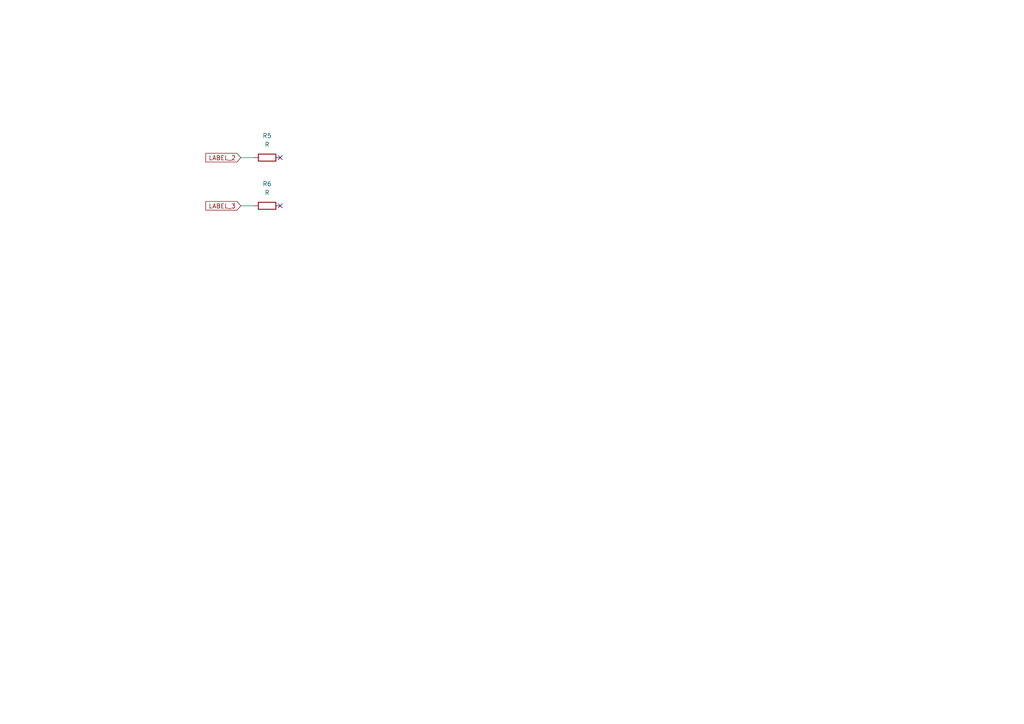
<source format=kicad_sch>
(kicad_sch (version 20240101) (generator "eeschema") (generator_version "8.99")
  (paper "A4")
  (lib_symbols
    (symbol "Device:R" (pin_numbers hide) (pin_names (offset 0))
      (property "Reference" "R" (at 2.032 0 90))
      (property "Value" "R" (at 0 0 90))
      (symbol "R_0_1"
        (rectangle (start -1.016 -2.54) (end 1.016 2.54) (stroke (width 0.254)))
      )
      (symbol "R_1_1"
        (pin passive line (at 0 3.81 270) (length 1.27) (name "~") (number "1"))
        (pin passive line (at 0 -3.81 90) (length 1.27) (name "~") (number "2"))
      )
    )
  )
  (no_connect (at 81.28 59.69))
  (no_connect (at 81.28 45.72))
  (wire (pts (xy 69.85 45.72) (xy 73.66 45.72)))
  (wire (pts (xy 69.85 59.69) (xy 73.66 59.69)))
  (global_label "LABEL_2" (shape input) (at 69.85 45.72 180) (property "Intersheetrefs" "${INTERSHEET_REFS}" (effects (hide yes))))
  (global_label "LABEL_3" (shape input) (at 69.85 59.69 180) (property "Intersheetrefs" "${INTERSHEET_REFS}" (effects (hide yes))))
  (symbol (lib_id "Device:R") (at 77.47 45.72 90) (unit 1)
    (property "Reference" "R5" (at 77.47 39.37 90))
    (property "Value" "R" (at 77.47 41.91 90))
    (property "Description" "Resistor" (effects (hide yes)))
  )
  (symbol (lib_id "Device:R") (at 77.47 59.69 90) (unit 1)
    (property "Reference" "R6" (at 77.47 53.34 90))
    (property "Value" "R" (at 77.47 55.88 90))
    (property "Description" "Resistor" (effects (hide yes)))
  )
)
</source>
